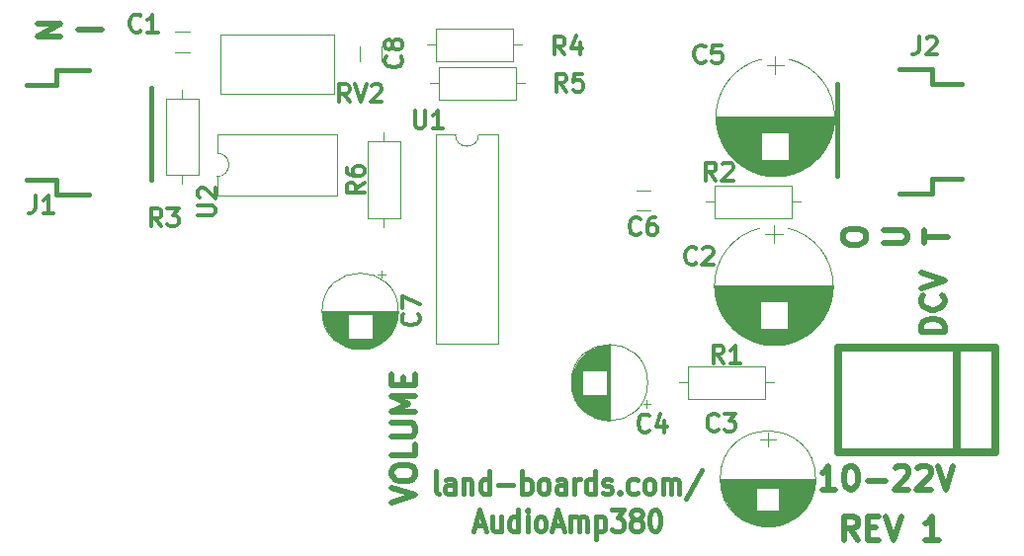
<source format=gbr>
G04 #@! TF.GenerationSoftware,KiCad,Pcbnew,(5.1.5)-3*
G04 #@! TF.CreationDate,2021-08-17T17:29:13-04:00*
G04 #@! TF.ProjectId,AudioAmp380,41756469-6f41-46d7-9033-38302e6b6963,1*
G04 #@! TF.SameCoordinates,Original*
G04 #@! TF.FileFunction,Legend,Top*
G04 #@! TF.FilePolarity,Positive*
%FSLAX46Y46*%
G04 Gerber Fmt 4.6, Leading zero omitted, Abs format (unit mm)*
G04 Created by KiCad (PCBNEW (5.1.5)-3) date 2021-08-17 17:29:13*
%MOMM*%
%LPD*%
G04 APERTURE LIST*
%ADD10C,0.500000*%
%ADD11C,0.412750*%
%ADD12C,0.120000*%
%ADD13C,0.381000*%
%ADD14C,0.650000*%
%ADD15C,0.304800*%
G04 APERTURE END LIST*
D10*
X111033761Y-73767352D02*
X109033761Y-73767352D01*
X109033761Y-73291161D01*
X109129000Y-73005447D01*
X109319476Y-72814971D01*
X109509952Y-72719733D01*
X109890904Y-72624495D01*
X110176619Y-72624495D01*
X110557571Y-72719733D01*
X110748047Y-72814971D01*
X110938523Y-73005447D01*
X111033761Y-73291161D01*
X111033761Y-73767352D01*
X110843285Y-70624495D02*
X110938523Y-70719733D01*
X111033761Y-71005447D01*
X111033761Y-71195923D01*
X110938523Y-71481638D01*
X110748047Y-71672114D01*
X110557571Y-71767352D01*
X110176619Y-71862590D01*
X109890904Y-71862590D01*
X109509952Y-71767352D01*
X109319476Y-71672114D01*
X109129000Y-71481638D01*
X109033761Y-71195923D01*
X109033761Y-71005447D01*
X109129000Y-70719733D01*
X109224238Y-70624495D01*
X109033761Y-70053066D02*
X111033761Y-69386400D01*
X109033761Y-68719733D01*
X103588857Y-91595161D02*
X102922190Y-90642780D01*
X102446000Y-91595161D02*
X102446000Y-89595161D01*
X103207904Y-89595161D01*
X103398380Y-89690400D01*
X103493619Y-89785638D01*
X103588857Y-89976114D01*
X103588857Y-90261828D01*
X103493619Y-90452304D01*
X103398380Y-90547542D01*
X103207904Y-90642780D01*
X102446000Y-90642780D01*
X104446000Y-90547542D02*
X105112666Y-90547542D01*
X105398380Y-91595161D02*
X104446000Y-91595161D01*
X104446000Y-89595161D01*
X105398380Y-89595161D01*
X105969809Y-89595161D02*
X106636476Y-91595161D01*
X107303142Y-89595161D01*
X110541238Y-91595161D02*
X109398380Y-91595161D01*
X109969809Y-91595161D02*
X109969809Y-89595161D01*
X109779333Y-89880876D01*
X109588857Y-90071352D01*
X109398380Y-90166590D01*
X63694761Y-88435447D02*
X65694761Y-87768780D01*
X63694761Y-87102114D01*
X63694761Y-86054495D02*
X63694761Y-85673542D01*
X63790000Y-85483066D01*
X63980476Y-85292590D01*
X64361428Y-85197352D01*
X65028095Y-85197352D01*
X65409047Y-85292590D01*
X65599523Y-85483066D01*
X65694761Y-85673542D01*
X65694761Y-86054495D01*
X65599523Y-86244971D01*
X65409047Y-86435447D01*
X65028095Y-86530685D01*
X64361428Y-86530685D01*
X63980476Y-86435447D01*
X63790000Y-86244971D01*
X63694761Y-86054495D01*
X65694761Y-83387828D02*
X65694761Y-84340209D01*
X63694761Y-84340209D01*
X63694761Y-82721161D02*
X65313809Y-82721161D01*
X65504285Y-82625923D01*
X65599523Y-82530685D01*
X65694761Y-82340209D01*
X65694761Y-81959257D01*
X65599523Y-81768780D01*
X65504285Y-81673542D01*
X65313809Y-81578304D01*
X63694761Y-81578304D01*
X65694761Y-80625923D02*
X63694761Y-80625923D01*
X65123333Y-79959257D01*
X63694761Y-79292590D01*
X65694761Y-79292590D01*
X64647142Y-78340209D02*
X64647142Y-77673542D01*
X65694761Y-77387828D02*
X65694761Y-78340209D01*
X63694761Y-78340209D01*
X63694761Y-77387828D01*
X101684047Y-87277161D02*
X100541190Y-87277161D01*
X101112619Y-87277161D02*
X101112619Y-85277161D01*
X100922142Y-85562876D01*
X100731666Y-85753352D01*
X100541190Y-85848590D01*
X102922142Y-85277161D02*
X103112619Y-85277161D01*
X103303095Y-85372400D01*
X103398333Y-85467638D01*
X103493571Y-85658114D01*
X103588809Y-86039066D01*
X103588809Y-86515257D01*
X103493571Y-86896209D01*
X103398333Y-87086685D01*
X103303095Y-87181923D01*
X103112619Y-87277161D01*
X102922142Y-87277161D01*
X102731666Y-87181923D01*
X102636428Y-87086685D01*
X102541190Y-86896209D01*
X102445952Y-86515257D01*
X102445952Y-86039066D01*
X102541190Y-85658114D01*
X102636428Y-85467638D01*
X102731666Y-85372400D01*
X102922142Y-85277161D01*
X104445952Y-86515257D02*
X105969761Y-86515257D01*
X106826904Y-85467638D02*
X106922142Y-85372400D01*
X107112619Y-85277161D01*
X107588809Y-85277161D01*
X107779285Y-85372400D01*
X107874523Y-85467638D01*
X107969761Y-85658114D01*
X107969761Y-85848590D01*
X107874523Y-86134304D01*
X106731666Y-87277161D01*
X107969761Y-87277161D01*
X108731666Y-85467638D02*
X108826904Y-85372400D01*
X109017380Y-85277161D01*
X109493571Y-85277161D01*
X109684047Y-85372400D01*
X109779285Y-85467638D01*
X109874523Y-85658114D01*
X109874523Y-85848590D01*
X109779285Y-86134304D01*
X108636428Y-87277161D01*
X109874523Y-87277161D01*
X110445952Y-85277161D02*
X111112619Y-87277161D01*
X111779285Y-85277161D01*
D11*
X67714023Y-87631060D02*
X67556785Y-87540346D01*
X67478166Y-87358917D01*
X67478166Y-85726060D01*
X69050547Y-87631060D02*
X69050547Y-86633203D01*
X68971928Y-86451775D01*
X68814690Y-86361060D01*
X68500214Y-86361060D01*
X68342976Y-86451775D01*
X69050547Y-87540346D02*
X68893309Y-87631060D01*
X68500214Y-87631060D01*
X68342976Y-87540346D01*
X68264357Y-87358917D01*
X68264357Y-87177489D01*
X68342976Y-86996060D01*
X68500214Y-86905346D01*
X68893309Y-86905346D01*
X69050547Y-86814632D01*
X69836738Y-86361060D02*
X69836738Y-87631060D01*
X69836738Y-86542489D02*
X69915357Y-86451775D01*
X70072595Y-86361060D01*
X70308452Y-86361060D01*
X70465690Y-86451775D01*
X70544309Y-86633203D01*
X70544309Y-87631060D01*
X72038071Y-87631060D02*
X72038071Y-85726060D01*
X72038071Y-87540346D02*
X71880833Y-87631060D01*
X71566357Y-87631060D01*
X71409119Y-87540346D01*
X71330500Y-87449632D01*
X71251880Y-87268203D01*
X71251880Y-86723917D01*
X71330500Y-86542489D01*
X71409119Y-86451775D01*
X71566357Y-86361060D01*
X71880833Y-86361060D01*
X72038071Y-86451775D01*
X72824261Y-86905346D02*
X74082166Y-86905346D01*
X74868357Y-87631060D02*
X74868357Y-85726060D01*
X74868357Y-86451775D02*
X75025595Y-86361060D01*
X75340071Y-86361060D01*
X75497309Y-86451775D01*
X75575928Y-86542489D01*
X75654547Y-86723917D01*
X75654547Y-87268203D01*
X75575928Y-87449632D01*
X75497309Y-87540346D01*
X75340071Y-87631060D01*
X75025595Y-87631060D01*
X74868357Y-87540346D01*
X76597976Y-87631060D02*
X76440738Y-87540346D01*
X76362119Y-87449632D01*
X76283500Y-87268203D01*
X76283500Y-86723917D01*
X76362119Y-86542489D01*
X76440738Y-86451775D01*
X76597976Y-86361060D01*
X76833833Y-86361060D01*
X76991071Y-86451775D01*
X77069690Y-86542489D01*
X77148309Y-86723917D01*
X77148309Y-87268203D01*
X77069690Y-87449632D01*
X76991071Y-87540346D01*
X76833833Y-87631060D01*
X76597976Y-87631060D01*
X78563452Y-87631060D02*
X78563452Y-86633203D01*
X78484833Y-86451775D01*
X78327595Y-86361060D01*
X78013119Y-86361060D01*
X77855880Y-86451775D01*
X78563452Y-87540346D02*
X78406214Y-87631060D01*
X78013119Y-87631060D01*
X77855880Y-87540346D01*
X77777261Y-87358917D01*
X77777261Y-87177489D01*
X77855880Y-86996060D01*
X78013119Y-86905346D01*
X78406214Y-86905346D01*
X78563452Y-86814632D01*
X79349642Y-87631060D02*
X79349642Y-86361060D01*
X79349642Y-86723917D02*
X79428261Y-86542489D01*
X79506880Y-86451775D01*
X79664119Y-86361060D01*
X79821357Y-86361060D01*
X81079261Y-87631060D02*
X81079261Y-85726060D01*
X81079261Y-87540346D02*
X80922023Y-87631060D01*
X80607547Y-87631060D01*
X80450309Y-87540346D01*
X80371690Y-87449632D01*
X80293071Y-87268203D01*
X80293071Y-86723917D01*
X80371690Y-86542489D01*
X80450309Y-86451775D01*
X80607547Y-86361060D01*
X80922023Y-86361060D01*
X81079261Y-86451775D01*
X81786833Y-87540346D02*
X81944071Y-87631060D01*
X82258547Y-87631060D01*
X82415785Y-87540346D01*
X82494404Y-87358917D01*
X82494404Y-87268203D01*
X82415785Y-87086775D01*
X82258547Y-86996060D01*
X82022690Y-86996060D01*
X81865452Y-86905346D01*
X81786833Y-86723917D01*
X81786833Y-86633203D01*
X81865452Y-86451775D01*
X82022690Y-86361060D01*
X82258547Y-86361060D01*
X82415785Y-86451775D01*
X83201976Y-87449632D02*
X83280595Y-87540346D01*
X83201976Y-87631060D01*
X83123357Y-87540346D01*
X83201976Y-87449632D01*
X83201976Y-87631060D01*
X84695738Y-87540346D02*
X84538500Y-87631060D01*
X84224023Y-87631060D01*
X84066785Y-87540346D01*
X83988166Y-87449632D01*
X83909547Y-87268203D01*
X83909547Y-86723917D01*
X83988166Y-86542489D01*
X84066785Y-86451775D01*
X84224023Y-86361060D01*
X84538500Y-86361060D01*
X84695738Y-86451775D01*
X85639166Y-87631060D02*
X85481928Y-87540346D01*
X85403309Y-87449632D01*
X85324690Y-87268203D01*
X85324690Y-86723917D01*
X85403309Y-86542489D01*
X85481928Y-86451775D01*
X85639166Y-86361060D01*
X85875023Y-86361060D01*
X86032261Y-86451775D01*
X86110880Y-86542489D01*
X86189500Y-86723917D01*
X86189500Y-87268203D01*
X86110880Y-87449632D01*
X86032261Y-87540346D01*
X85875023Y-87631060D01*
X85639166Y-87631060D01*
X86897071Y-87631060D02*
X86897071Y-86361060D01*
X86897071Y-86542489D02*
X86975690Y-86451775D01*
X87132928Y-86361060D01*
X87368785Y-86361060D01*
X87526023Y-86451775D01*
X87604642Y-86633203D01*
X87604642Y-87631060D01*
X87604642Y-86633203D02*
X87683261Y-86451775D01*
X87840500Y-86361060D01*
X88076357Y-86361060D01*
X88233595Y-86451775D01*
X88312214Y-86633203D01*
X88312214Y-87631060D01*
X90277690Y-85635346D02*
X88862547Y-88084632D01*
X70819476Y-90357025D02*
X71605666Y-90357025D01*
X70662238Y-90901310D02*
X71212571Y-88996310D01*
X71762904Y-90901310D01*
X73020809Y-89631310D02*
X73020809Y-90901310D01*
X72313238Y-89631310D02*
X72313238Y-90629167D01*
X72391857Y-90810596D01*
X72549095Y-90901310D01*
X72784952Y-90901310D01*
X72942190Y-90810596D01*
X73020809Y-90719882D01*
X74514571Y-90901310D02*
X74514571Y-88996310D01*
X74514571Y-90810596D02*
X74357333Y-90901310D01*
X74042857Y-90901310D01*
X73885619Y-90810596D01*
X73807000Y-90719882D01*
X73728380Y-90538453D01*
X73728380Y-89994167D01*
X73807000Y-89812739D01*
X73885619Y-89722025D01*
X74042857Y-89631310D01*
X74357333Y-89631310D01*
X74514571Y-89722025D01*
X75300761Y-90901310D02*
X75300761Y-89631310D01*
X75300761Y-88996310D02*
X75222142Y-89087025D01*
X75300761Y-89177739D01*
X75379380Y-89087025D01*
X75300761Y-88996310D01*
X75300761Y-89177739D01*
X76322809Y-90901310D02*
X76165571Y-90810596D01*
X76086952Y-90719882D01*
X76008333Y-90538453D01*
X76008333Y-89994167D01*
X76086952Y-89812739D01*
X76165571Y-89722025D01*
X76322809Y-89631310D01*
X76558666Y-89631310D01*
X76715904Y-89722025D01*
X76794523Y-89812739D01*
X76873142Y-89994167D01*
X76873142Y-90538453D01*
X76794523Y-90719882D01*
X76715904Y-90810596D01*
X76558666Y-90901310D01*
X76322809Y-90901310D01*
X77502095Y-90357025D02*
X78288285Y-90357025D01*
X77344857Y-90901310D02*
X77895190Y-88996310D01*
X78445523Y-90901310D01*
X78995857Y-90901310D02*
X78995857Y-89631310D01*
X78995857Y-89812739D02*
X79074476Y-89722025D01*
X79231714Y-89631310D01*
X79467571Y-89631310D01*
X79624809Y-89722025D01*
X79703428Y-89903453D01*
X79703428Y-90901310D01*
X79703428Y-89903453D02*
X79782047Y-89722025D01*
X79939285Y-89631310D01*
X80175142Y-89631310D01*
X80332380Y-89722025D01*
X80411000Y-89903453D01*
X80411000Y-90901310D01*
X81197190Y-89631310D02*
X81197190Y-91536310D01*
X81197190Y-89722025D02*
X81354428Y-89631310D01*
X81668904Y-89631310D01*
X81826142Y-89722025D01*
X81904761Y-89812739D01*
X81983380Y-89994167D01*
X81983380Y-90538453D01*
X81904761Y-90719882D01*
X81826142Y-90810596D01*
X81668904Y-90901310D01*
X81354428Y-90901310D01*
X81197190Y-90810596D01*
X82533714Y-88996310D02*
X83555761Y-88996310D01*
X83005428Y-89722025D01*
X83241285Y-89722025D01*
X83398523Y-89812739D01*
X83477142Y-89903453D01*
X83555761Y-90084882D01*
X83555761Y-90538453D01*
X83477142Y-90719882D01*
X83398523Y-90810596D01*
X83241285Y-90901310D01*
X82769571Y-90901310D01*
X82612333Y-90810596D01*
X82533714Y-90719882D01*
X84499190Y-89812739D02*
X84341952Y-89722025D01*
X84263333Y-89631310D01*
X84184714Y-89449882D01*
X84184714Y-89359167D01*
X84263333Y-89177739D01*
X84341952Y-89087025D01*
X84499190Y-88996310D01*
X84813666Y-88996310D01*
X84970904Y-89087025D01*
X85049523Y-89177739D01*
X85128142Y-89359167D01*
X85128142Y-89449882D01*
X85049523Y-89631310D01*
X84970904Y-89722025D01*
X84813666Y-89812739D01*
X84499190Y-89812739D01*
X84341952Y-89903453D01*
X84263333Y-89994167D01*
X84184714Y-90175596D01*
X84184714Y-90538453D01*
X84263333Y-90719882D01*
X84341952Y-90810596D01*
X84499190Y-90901310D01*
X84813666Y-90901310D01*
X84970904Y-90810596D01*
X85049523Y-90719882D01*
X85128142Y-90538453D01*
X85128142Y-90175596D01*
X85049523Y-89994167D01*
X84970904Y-89903453D01*
X84813666Y-89812739D01*
X86150190Y-88996310D02*
X86307428Y-88996310D01*
X86464666Y-89087025D01*
X86543285Y-89177739D01*
X86621904Y-89359167D01*
X86700523Y-89722025D01*
X86700523Y-90175596D01*
X86621904Y-90538453D01*
X86543285Y-90719882D01*
X86464666Y-90810596D01*
X86307428Y-90901310D01*
X86150190Y-90901310D01*
X85992952Y-90810596D01*
X85914333Y-90719882D01*
X85835714Y-90538453D01*
X85757095Y-90175596D01*
X85757095Y-89722025D01*
X85835714Y-89359167D01*
X85914333Y-89177739D01*
X85992952Y-89087025D01*
X86150190Y-88996310D01*
D10*
X102309761Y-65803876D02*
X102309761Y-65422923D01*
X102405000Y-65232447D01*
X102595476Y-65041971D01*
X102976428Y-64946733D01*
X103643095Y-64946733D01*
X104024047Y-65041971D01*
X104214523Y-65232447D01*
X104309761Y-65422923D01*
X104309761Y-65803876D01*
X104214523Y-65994352D01*
X104024047Y-66184828D01*
X103643095Y-66280066D01*
X102976428Y-66280066D01*
X102595476Y-66184828D01*
X102405000Y-65994352D01*
X102309761Y-65803876D01*
X105809761Y-66184828D02*
X107428809Y-66184828D01*
X107619285Y-66089590D01*
X107714523Y-65994352D01*
X107809761Y-65803876D01*
X107809761Y-65422923D01*
X107714523Y-65232447D01*
X107619285Y-65137209D01*
X107428809Y-65041971D01*
X105809761Y-65041971D01*
X109309761Y-66184828D02*
X109309761Y-65041971D01*
X111309761Y-65613400D02*
X109309761Y-65613400D01*
X36806238Y-47891400D02*
X38806238Y-47891400D01*
X33306238Y-47319971D02*
X35306238Y-47319971D01*
X33306238Y-48462828D01*
X35306238Y-48462828D01*
D12*
X48728000Y-58448400D02*
G75*
G02X48728000Y-60448400I0J-1000000D01*
G01*
X48728000Y-60448400D02*
X48728000Y-62098400D01*
X48728000Y-62098400D02*
X59008000Y-62098400D01*
X59008000Y-62098400D02*
X59008000Y-56798400D01*
X59008000Y-56798400D02*
X48728000Y-56798400D01*
X48728000Y-56798400D02*
X48728000Y-58448400D01*
X63012000Y-56678400D02*
X63012000Y-57448400D01*
X63012000Y-64758400D02*
X63012000Y-63988400D01*
X61642000Y-57448400D02*
X61642000Y-63988400D01*
X64382000Y-57448400D02*
X61642000Y-57448400D01*
X64382000Y-63988400D02*
X64382000Y-57448400D01*
X61642000Y-63988400D02*
X64382000Y-63988400D01*
X66973000Y-52463400D02*
X67743000Y-52463400D01*
X75053000Y-52463400D02*
X74283000Y-52463400D01*
X67743000Y-53833400D02*
X74283000Y-53833400D01*
X67743000Y-51093400D02*
X67743000Y-53833400D01*
X74283000Y-51093400D02*
X67743000Y-51093400D01*
X74283000Y-53833400D02*
X74283000Y-51093400D01*
X47110000Y-53765400D02*
X44370000Y-53765400D01*
X44370000Y-53765400D02*
X44370000Y-60305400D01*
X44370000Y-60305400D02*
X47110000Y-60305400D01*
X47110000Y-60305400D02*
X47110000Y-53765400D01*
X45740000Y-52995400D02*
X45740000Y-53765400D01*
X45740000Y-61075400D02*
X45740000Y-60305400D01*
X97592194Y-74773925D02*
G75*
G03X97593000Y-64871067I-1179194J4951525D01*
G01*
X95233806Y-74773925D02*
G75*
G02X95233000Y-64871067I1179194J4951525D01*
G01*
X95233806Y-74773925D02*
G75*
G03X97593000Y-74773733I1179194J4951525D01*
G01*
X101463000Y-69822400D02*
X91363000Y-69822400D01*
X101463000Y-69862400D02*
X91363000Y-69862400D01*
X101463000Y-69902400D02*
X91363000Y-69902400D01*
X101462000Y-69942400D02*
X91364000Y-69942400D01*
X101461000Y-69982400D02*
X91365000Y-69982400D01*
X101460000Y-70022400D02*
X91366000Y-70022400D01*
X101458000Y-70062400D02*
X91368000Y-70062400D01*
X101456000Y-70102400D02*
X91370000Y-70102400D01*
X101453000Y-70142400D02*
X91373000Y-70142400D01*
X101451000Y-70182400D02*
X91375000Y-70182400D01*
X101448000Y-70222400D02*
X91378000Y-70222400D01*
X101444000Y-70262400D02*
X91382000Y-70262400D01*
X101441000Y-70302400D02*
X91385000Y-70302400D01*
X101437000Y-70342400D02*
X91389000Y-70342400D01*
X101433000Y-70382400D02*
X91393000Y-70382400D01*
X101428000Y-70422400D02*
X91398000Y-70422400D01*
X101423000Y-70462400D02*
X91403000Y-70462400D01*
X101418000Y-70502400D02*
X91408000Y-70502400D01*
X101412000Y-70543400D02*
X91414000Y-70543400D01*
X101406000Y-70583400D02*
X91420000Y-70583400D01*
X101400000Y-70623400D02*
X91426000Y-70623400D01*
X101394000Y-70663400D02*
X91432000Y-70663400D01*
X101387000Y-70703400D02*
X91439000Y-70703400D01*
X101380000Y-70743400D02*
X91446000Y-70743400D01*
X101372000Y-70783400D02*
X91454000Y-70783400D01*
X101364000Y-70823400D02*
X91462000Y-70823400D01*
X101356000Y-70863400D02*
X91470000Y-70863400D01*
X101348000Y-70903400D02*
X91478000Y-70903400D01*
X101339000Y-70943400D02*
X91487000Y-70943400D01*
X101330000Y-70983400D02*
X91496000Y-70983400D01*
X101320000Y-71023400D02*
X91506000Y-71023400D01*
X101310000Y-71063400D02*
X91516000Y-71063400D01*
X101300000Y-71103400D02*
X91526000Y-71103400D01*
X101289000Y-71143400D02*
X97594000Y-71143400D01*
X95232000Y-71143400D02*
X91537000Y-71143400D01*
X101278000Y-71183400D02*
X97594000Y-71183400D01*
X95232000Y-71183400D02*
X91548000Y-71183400D01*
X101267000Y-71223400D02*
X97594000Y-71223400D01*
X95232000Y-71223400D02*
X91559000Y-71223400D01*
X101256000Y-71263400D02*
X97594000Y-71263400D01*
X95232000Y-71263400D02*
X91570000Y-71263400D01*
X101244000Y-71303400D02*
X97594000Y-71303400D01*
X95232000Y-71303400D02*
X91582000Y-71303400D01*
X101231000Y-71343400D02*
X97594000Y-71343400D01*
X95232000Y-71343400D02*
X91595000Y-71343400D01*
X101219000Y-71383400D02*
X97594000Y-71383400D01*
X95232000Y-71383400D02*
X91607000Y-71383400D01*
X101205000Y-71423400D02*
X97594000Y-71423400D01*
X95232000Y-71423400D02*
X91621000Y-71423400D01*
X101192000Y-71463400D02*
X97594000Y-71463400D01*
X95232000Y-71463400D02*
X91634000Y-71463400D01*
X101178000Y-71503400D02*
X97594000Y-71503400D01*
X95232000Y-71503400D02*
X91648000Y-71503400D01*
X101164000Y-71543400D02*
X97594000Y-71543400D01*
X95232000Y-71543400D02*
X91662000Y-71543400D01*
X101150000Y-71583400D02*
X97594000Y-71583400D01*
X95232000Y-71583400D02*
X91676000Y-71583400D01*
X101135000Y-71623400D02*
X97594000Y-71623400D01*
X95232000Y-71623400D02*
X91691000Y-71623400D01*
X101119000Y-71663400D02*
X97594000Y-71663400D01*
X95232000Y-71663400D02*
X91707000Y-71663400D01*
X101104000Y-71703400D02*
X97594000Y-71703400D01*
X95232000Y-71703400D02*
X91722000Y-71703400D01*
X101087000Y-71743400D02*
X97594000Y-71743400D01*
X95232000Y-71743400D02*
X91739000Y-71743400D01*
X101071000Y-71783400D02*
X97594000Y-71783400D01*
X95232000Y-71783400D02*
X91755000Y-71783400D01*
X101054000Y-71823400D02*
X97594000Y-71823400D01*
X95232000Y-71823400D02*
X91772000Y-71823400D01*
X101037000Y-71863400D02*
X97594000Y-71863400D01*
X95232000Y-71863400D02*
X91789000Y-71863400D01*
X101019000Y-71903400D02*
X97594000Y-71903400D01*
X95232000Y-71903400D02*
X91807000Y-71903400D01*
X101001000Y-71943400D02*
X97594000Y-71943400D01*
X95232000Y-71943400D02*
X91825000Y-71943400D01*
X100982000Y-71983400D02*
X97594000Y-71983400D01*
X95232000Y-71983400D02*
X91844000Y-71983400D01*
X100963000Y-72023400D02*
X97594000Y-72023400D01*
X95232000Y-72023400D02*
X91863000Y-72023400D01*
X100944000Y-72063400D02*
X97594000Y-72063400D01*
X95232000Y-72063400D02*
X91882000Y-72063400D01*
X100924000Y-72103400D02*
X97594000Y-72103400D01*
X95232000Y-72103400D02*
X91902000Y-72103400D01*
X100904000Y-72143400D02*
X97594000Y-72143400D01*
X95232000Y-72143400D02*
X91922000Y-72143400D01*
X100883000Y-72183400D02*
X97594000Y-72183400D01*
X95232000Y-72183400D02*
X91943000Y-72183400D01*
X100862000Y-72223400D02*
X97594000Y-72223400D01*
X95232000Y-72223400D02*
X91964000Y-72223400D01*
X100841000Y-72263400D02*
X97594000Y-72263400D01*
X95232000Y-72263400D02*
X91985000Y-72263400D01*
X100818000Y-72303400D02*
X97594000Y-72303400D01*
X95232000Y-72303400D02*
X92008000Y-72303400D01*
X100796000Y-72343400D02*
X97594000Y-72343400D01*
X95232000Y-72343400D02*
X92030000Y-72343400D01*
X100773000Y-72383400D02*
X97594000Y-72383400D01*
X95232000Y-72383400D02*
X92053000Y-72383400D01*
X100749000Y-72423400D02*
X97594000Y-72423400D01*
X95232000Y-72423400D02*
X92077000Y-72423400D01*
X100725000Y-72463400D02*
X97594000Y-72463400D01*
X95232000Y-72463400D02*
X92101000Y-72463400D01*
X100701000Y-72503400D02*
X97594000Y-72503400D01*
X95232000Y-72503400D02*
X92125000Y-72503400D01*
X100676000Y-72543400D02*
X97594000Y-72543400D01*
X95232000Y-72543400D02*
X92150000Y-72543400D01*
X100650000Y-72583400D02*
X97594000Y-72583400D01*
X95232000Y-72583400D02*
X92176000Y-72583400D01*
X100624000Y-72623400D02*
X97594000Y-72623400D01*
X95232000Y-72623400D02*
X92202000Y-72623400D01*
X100598000Y-72663400D02*
X97594000Y-72663400D01*
X95232000Y-72663400D02*
X92228000Y-72663400D01*
X100570000Y-72703400D02*
X97594000Y-72703400D01*
X95232000Y-72703400D02*
X92256000Y-72703400D01*
X100543000Y-72743400D02*
X97594000Y-72743400D01*
X95232000Y-72743400D02*
X92283000Y-72743400D01*
X100514000Y-72783400D02*
X97594000Y-72783400D01*
X95232000Y-72783400D02*
X92312000Y-72783400D01*
X100485000Y-72823400D02*
X97594000Y-72823400D01*
X95232000Y-72823400D02*
X92341000Y-72823400D01*
X100456000Y-72863400D02*
X97594000Y-72863400D01*
X95232000Y-72863400D02*
X92370000Y-72863400D01*
X100426000Y-72903400D02*
X97594000Y-72903400D01*
X95232000Y-72903400D02*
X92400000Y-72903400D01*
X100395000Y-72943400D02*
X97594000Y-72943400D01*
X95232000Y-72943400D02*
X92431000Y-72943400D01*
X100364000Y-72983400D02*
X97594000Y-72983400D01*
X95232000Y-72983400D02*
X92462000Y-72983400D01*
X100332000Y-73023400D02*
X97594000Y-73023400D01*
X95232000Y-73023400D02*
X92494000Y-73023400D01*
X100299000Y-73063400D02*
X97594000Y-73063400D01*
X95232000Y-73063400D02*
X92527000Y-73063400D01*
X100266000Y-73103400D02*
X97594000Y-73103400D01*
X95232000Y-73103400D02*
X92560000Y-73103400D01*
X100232000Y-73143400D02*
X97594000Y-73143400D01*
X95232000Y-73143400D02*
X92594000Y-73143400D01*
X100197000Y-73183400D02*
X97594000Y-73183400D01*
X95232000Y-73183400D02*
X92629000Y-73183400D01*
X100161000Y-73223400D02*
X97594000Y-73223400D01*
X95232000Y-73223400D02*
X92665000Y-73223400D01*
X100125000Y-73263400D02*
X97594000Y-73263400D01*
X95232000Y-73263400D02*
X92701000Y-73263400D01*
X100088000Y-73303400D02*
X97594000Y-73303400D01*
X95232000Y-73303400D02*
X92738000Y-73303400D01*
X100050000Y-73343400D02*
X97594000Y-73343400D01*
X95232000Y-73343400D02*
X92776000Y-73343400D01*
X100011000Y-73383400D02*
X97594000Y-73383400D01*
X95232000Y-73383400D02*
X92815000Y-73383400D01*
X99972000Y-73423400D02*
X97594000Y-73423400D01*
X95232000Y-73423400D02*
X92854000Y-73423400D01*
X99931000Y-73463400D02*
X97594000Y-73463400D01*
X95232000Y-73463400D02*
X92895000Y-73463400D01*
X99890000Y-73503400D02*
X92936000Y-73503400D01*
X99848000Y-73543400D02*
X92978000Y-73543400D01*
X99804000Y-73583400D02*
X93022000Y-73583400D01*
X99760000Y-73623400D02*
X93066000Y-73623400D01*
X99715000Y-73663400D02*
X93111000Y-73663400D01*
X99668000Y-73703400D02*
X93158000Y-73703400D01*
X99620000Y-73743400D02*
X93206000Y-73743400D01*
X99571000Y-73783400D02*
X93255000Y-73783400D01*
X99521000Y-73823400D02*
X93305000Y-73823400D01*
X99470000Y-73863400D02*
X93356000Y-73863400D01*
X99417000Y-73903400D02*
X93409000Y-73903400D01*
X99362000Y-73943400D02*
X93464000Y-73943400D01*
X99307000Y-73983400D02*
X93519000Y-73983400D01*
X99249000Y-74023400D02*
X93577000Y-74023400D01*
X99190000Y-74063400D02*
X93636000Y-74063400D01*
X99128000Y-74103400D02*
X93698000Y-74103400D01*
X99065000Y-74143400D02*
X93761000Y-74143400D01*
X99000000Y-74183400D02*
X93826000Y-74183400D01*
X98932000Y-74223400D02*
X93894000Y-74223400D01*
X98862000Y-74263400D02*
X93964000Y-74263400D01*
X98790000Y-74303400D02*
X94036000Y-74303400D01*
X98714000Y-74343400D02*
X94112000Y-74343400D01*
X98635000Y-74383400D02*
X94191000Y-74383400D01*
X98553000Y-74423400D02*
X94273000Y-74423400D01*
X98466000Y-74463400D02*
X94360000Y-74463400D01*
X98375000Y-74503400D02*
X94451000Y-74503400D01*
X98279000Y-74543400D02*
X94547000Y-74543400D01*
X98176000Y-74583400D02*
X94650000Y-74583400D01*
X98067000Y-74623400D02*
X94759000Y-74623400D01*
X97949000Y-74663400D02*
X94877000Y-74663400D01*
X97820000Y-74703400D02*
X95006000Y-74703400D01*
X97678000Y-74743400D02*
X95148000Y-74743400D01*
X97517000Y-74783400D02*
X95309000Y-74783400D01*
X97326000Y-74823400D02*
X95500000Y-74823400D01*
X97085000Y-74863400D02*
X95741000Y-74863400D01*
X96692000Y-74903400D02*
X96134000Y-74903400D01*
X96413000Y-64622400D02*
X96413000Y-66122400D01*
X97163000Y-65372400D02*
X95663000Y-65372400D01*
X99995000Y-86363400D02*
G75*
G03X99995000Y-86363400I-4090000J0D01*
G01*
X99955000Y-86363400D02*
X91855000Y-86363400D01*
X99955000Y-86403400D02*
X91855000Y-86403400D01*
X99955000Y-86443400D02*
X91855000Y-86443400D01*
X99954000Y-86483400D02*
X91856000Y-86483400D01*
X99952000Y-86523400D02*
X91858000Y-86523400D01*
X99951000Y-86563400D02*
X91859000Y-86563400D01*
X99948000Y-86603400D02*
X91862000Y-86603400D01*
X99946000Y-86643400D02*
X91864000Y-86643400D01*
X99943000Y-86683400D02*
X91867000Y-86683400D01*
X99940000Y-86723400D02*
X91870000Y-86723400D01*
X99936000Y-86763400D02*
X91874000Y-86763400D01*
X99932000Y-86803400D02*
X91878000Y-86803400D01*
X99927000Y-86843400D02*
X91883000Y-86843400D01*
X99922000Y-86883400D02*
X91888000Y-86883400D01*
X99917000Y-86923400D02*
X91893000Y-86923400D01*
X99911000Y-86963400D02*
X91899000Y-86963400D01*
X99905000Y-87003400D02*
X91905000Y-87003400D01*
X99899000Y-87043400D02*
X91911000Y-87043400D01*
X99892000Y-87084400D02*
X91918000Y-87084400D01*
X99884000Y-87124400D02*
X91926000Y-87124400D01*
X99876000Y-87164400D02*
X96885000Y-87164400D01*
X94925000Y-87164400D02*
X91934000Y-87164400D01*
X99868000Y-87204400D02*
X96885000Y-87204400D01*
X94925000Y-87204400D02*
X91942000Y-87204400D01*
X99860000Y-87244400D02*
X96885000Y-87244400D01*
X94925000Y-87244400D02*
X91950000Y-87244400D01*
X99851000Y-87284400D02*
X96885000Y-87284400D01*
X94925000Y-87284400D02*
X91959000Y-87284400D01*
X99841000Y-87324400D02*
X96885000Y-87324400D01*
X94925000Y-87324400D02*
X91969000Y-87324400D01*
X99831000Y-87364400D02*
X96885000Y-87364400D01*
X94925000Y-87364400D02*
X91979000Y-87364400D01*
X99821000Y-87404400D02*
X96885000Y-87404400D01*
X94925000Y-87404400D02*
X91989000Y-87404400D01*
X99810000Y-87444400D02*
X96885000Y-87444400D01*
X94925000Y-87444400D02*
X92000000Y-87444400D01*
X99799000Y-87484400D02*
X96885000Y-87484400D01*
X94925000Y-87484400D02*
X92011000Y-87484400D01*
X99788000Y-87524400D02*
X96885000Y-87524400D01*
X94925000Y-87524400D02*
X92022000Y-87524400D01*
X99775000Y-87564400D02*
X96885000Y-87564400D01*
X94925000Y-87564400D02*
X92035000Y-87564400D01*
X99763000Y-87604400D02*
X96885000Y-87604400D01*
X94925000Y-87604400D02*
X92047000Y-87604400D01*
X99750000Y-87644400D02*
X96885000Y-87644400D01*
X94925000Y-87644400D02*
X92060000Y-87644400D01*
X99737000Y-87684400D02*
X96885000Y-87684400D01*
X94925000Y-87684400D02*
X92073000Y-87684400D01*
X99723000Y-87724400D02*
X96885000Y-87724400D01*
X94925000Y-87724400D02*
X92087000Y-87724400D01*
X99708000Y-87764400D02*
X96885000Y-87764400D01*
X94925000Y-87764400D02*
X92102000Y-87764400D01*
X99694000Y-87804400D02*
X96885000Y-87804400D01*
X94925000Y-87804400D02*
X92116000Y-87804400D01*
X99678000Y-87844400D02*
X96885000Y-87844400D01*
X94925000Y-87844400D02*
X92132000Y-87844400D01*
X99663000Y-87884400D02*
X96885000Y-87884400D01*
X94925000Y-87884400D02*
X92147000Y-87884400D01*
X99646000Y-87924400D02*
X96885000Y-87924400D01*
X94925000Y-87924400D02*
X92164000Y-87924400D01*
X99630000Y-87964400D02*
X96885000Y-87964400D01*
X94925000Y-87964400D02*
X92180000Y-87964400D01*
X99612000Y-88004400D02*
X96885000Y-88004400D01*
X94925000Y-88004400D02*
X92198000Y-88004400D01*
X99595000Y-88044400D02*
X96885000Y-88044400D01*
X94925000Y-88044400D02*
X92215000Y-88044400D01*
X99576000Y-88084400D02*
X96885000Y-88084400D01*
X94925000Y-88084400D02*
X92234000Y-88084400D01*
X99557000Y-88124400D02*
X96885000Y-88124400D01*
X94925000Y-88124400D02*
X92253000Y-88124400D01*
X99538000Y-88164400D02*
X96885000Y-88164400D01*
X94925000Y-88164400D02*
X92272000Y-88164400D01*
X99518000Y-88204400D02*
X96885000Y-88204400D01*
X94925000Y-88204400D02*
X92292000Y-88204400D01*
X99498000Y-88244400D02*
X96885000Y-88244400D01*
X94925000Y-88244400D02*
X92312000Y-88244400D01*
X99477000Y-88284400D02*
X96885000Y-88284400D01*
X94925000Y-88284400D02*
X92333000Y-88284400D01*
X99455000Y-88324400D02*
X96885000Y-88324400D01*
X94925000Y-88324400D02*
X92355000Y-88324400D01*
X99433000Y-88364400D02*
X96885000Y-88364400D01*
X94925000Y-88364400D02*
X92377000Y-88364400D01*
X99410000Y-88404400D02*
X96885000Y-88404400D01*
X94925000Y-88404400D02*
X92400000Y-88404400D01*
X99387000Y-88444400D02*
X96885000Y-88444400D01*
X94925000Y-88444400D02*
X92423000Y-88444400D01*
X99363000Y-88484400D02*
X96885000Y-88484400D01*
X94925000Y-88484400D02*
X92447000Y-88484400D01*
X99339000Y-88524400D02*
X96885000Y-88524400D01*
X94925000Y-88524400D02*
X92471000Y-88524400D01*
X99313000Y-88564400D02*
X96885000Y-88564400D01*
X94925000Y-88564400D02*
X92497000Y-88564400D01*
X99288000Y-88604400D02*
X96885000Y-88604400D01*
X94925000Y-88604400D02*
X92522000Y-88604400D01*
X99261000Y-88644400D02*
X96885000Y-88644400D01*
X94925000Y-88644400D02*
X92549000Y-88644400D01*
X99234000Y-88684400D02*
X96885000Y-88684400D01*
X94925000Y-88684400D02*
X92576000Y-88684400D01*
X99206000Y-88724400D02*
X96885000Y-88724400D01*
X94925000Y-88724400D02*
X92604000Y-88724400D01*
X99177000Y-88764400D02*
X96885000Y-88764400D01*
X94925000Y-88764400D02*
X92633000Y-88764400D01*
X99148000Y-88804400D02*
X96885000Y-88804400D01*
X94925000Y-88804400D02*
X92662000Y-88804400D01*
X99118000Y-88844400D02*
X96885000Y-88844400D01*
X94925000Y-88844400D02*
X92692000Y-88844400D01*
X99087000Y-88884400D02*
X96885000Y-88884400D01*
X94925000Y-88884400D02*
X92723000Y-88884400D01*
X99055000Y-88924400D02*
X96885000Y-88924400D01*
X94925000Y-88924400D02*
X92755000Y-88924400D01*
X99023000Y-88964400D02*
X96885000Y-88964400D01*
X94925000Y-88964400D02*
X92787000Y-88964400D01*
X98989000Y-89004400D02*
X96885000Y-89004400D01*
X94925000Y-89004400D02*
X92821000Y-89004400D01*
X98955000Y-89044400D02*
X96885000Y-89044400D01*
X94925000Y-89044400D02*
X92855000Y-89044400D01*
X98920000Y-89084400D02*
X96885000Y-89084400D01*
X94925000Y-89084400D02*
X92890000Y-89084400D01*
X98884000Y-89124400D02*
X92926000Y-89124400D01*
X98847000Y-89164400D02*
X92963000Y-89164400D01*
X98809000Y-89204400D02*
X93001000Y-89204400D01*
X98770000Y-89244400D02*
X93040000Y-89244400D01*
X98729000Y-89284400D02*
X93081000Y-89284400D01*
X98688000Y-89324400D02*
X93122000Y-89324400D01*
X98645000Y-89364400D02*
X93165000Y-89364400D01*
X98602000Y-89404400D02*
X93208000Y-89404400D01*
X98557000Y-89444400D02*
X93253000Y-89444400D01*
X98510000Y-89484400D02*
X93300000Y-89484400D01*
X98462000Y-89524400D02*
X93348000Y-89524400D01*
X98413000Y-89564400D02*
X93397000Y-89564400D01*
X98362000Y-89604400D02*
X93448000Y-89604400D01*
X98309000Y-89644400D02*
X93501000Y-89644400D01*
X98254000Y-89684400D02*
X93556000Y-89684400D01*
X98198000Y-89724400D02*
X93612000Y-89724400D01*
X98139000Y-89764400D02*
X93671000Y-89764400D01*
X98078000Y-89804400D02*
X93732000Y-89804400D01*
X98014000Y-89844400D02*
X93796000Y-89844400D01*
X97948000Y-89884400D02*
X93862000Y-89884400D01*
X97879000Y-89924400D02*
X93931000Y-89924400D01*
X97807000Y-89964400D02*
X94003000Y-89964400D01*
X97731000Y-90004400D02*
X94079000Y-90004400D01*
X97650000Y-90044400D02*
X94160000Y-90044400D01*
X97565000Y-90084400D02*
X94245000Y-90084400D01*
X97475000Y-90124400D02*
X94335000Y-90124400D01*
X97378000Y-90164400D02*
X94432000Y-90164400D01*
X97274000Y-90204400D02*
X94536000Y-90204400D01*
X97159000Y-90244400D02*
X94651000Y-90244400D01*
X97032000Y-90284400D02*
X94778000Y-90284400D01*
X96888000Y-90324400D02*
X94922000Y-90324400D01*
X96719000Y-90364400D02*
X95091000Y-90364400D01*
X96503000Y-90404400D02*
X95307000Y-90404400D01*
X96151000Y-90444400D02*
X95659000Y-90444400D01*
X95905000Y-82413400D02*
X95905000Y-83613400D01*
X96555000Y-83013400D02*
X95255000Y-83013400D01*
X97719194Y-60295925D02*
G75*
G03X97720000Y-50393067I-1179194J4951525D01*
G01*
X95360806Y-60295925D02*
G75*
G02X95360000Y-50393067I1179194J4951525D01*
G01*
X95360806Y-60295925D02*
G75*
G03X97720000Y-60295733I1179194J4951525D01*
G01*
X101590000Y-55344400D02*
X91490000Y-55344400D01*
X101590000Y-55384400D02*
X91490000Y-55384400D01*
X101590000Y-55424400D02*
X91490000Y-55424400D01*
X101589000Y-55464400D02*
X91491000Y-55464400D01*
X101588000Y-55504400D02*
X91492000Y-55504400D01*
X101587000Y-55544400D02*
X91493000Y-55544400D01*
X101585000Y-55584400D02*
X91495000Y-55584400D01*
X101583000Y-55624400D02*
X91497000Y-55624400D01*
X101580000Y-55664400D02*
X91500000Y-55664400D01*
X101578000Y-55704400D02*
X91502000Y-55704400D01*
X101575000Y-55744400D02*
X91505000Y-55744400D01*
X101571000Y-55784400D02*
X91509000Y-55784400D01*
X101568000Y-55824400D02*
X91512000Y-55824400D01*
X101564000Y-55864400D02*
X91516000Y-55864400D01*
X101560000Y-55904400D02*
X91520000Y-55904400D01*
X101555000Y-55944400D02*
X91525000Y-55944400D01*
X101550000Y-55984400D02*
X91530000Y-55984400D01*
X101545000Y-56024400D02*
X91535000Y-56024400D01*
X101539000Y-56065400D02*
X91541000Y-56065400D01*
X101533000Y-56105400D02*
X91547000Y-56105400D01*
X101527000Y-56145400D02*
X91553000Y-56145400D01*
X101521000Y-56185400D02*
X91559000Y-56185400D01*
X101514000Y-56225400D02*
X91566000Y-56225400D01*
X101507000Y-56265400D02*
X91573000Y-56265400D01*
X101499000Y-56305400D02*
X91581000Y-56305400D01*
X101491000Y-56345400D02*
X91589000Y-56345400D01*
X101483000Y-56385400D02*
X91597000Y-56385400D01*
X101475000Y-56425400D02*
X91605000Y-56425400D01*
X101466000Y-56465400D02*
X91614000Y-56465400D01*
X101457000Y-56505400D02*
X91623000Y-56505400D01*
X101447000Y-56545400D02*
X91633000Y-56545400D01*
X101437000Y-56585400D02*
X91643000Y-56585400D01*
X101427000Y-56625400D02*
X91653000Y-56625400D01*
X101416000Y-56665400D02*
X97721000Y-56665400D01*
X95359000Y-56665400D02*
X91664000Y-56665400D01*
X101405000Y-56705400D02*
X97721000Y-56705400D01*
X95359000Y-56705400D02*
X91675000Y-56705400D01*
X101394000Y-56745400D02*
X97721000Y-56745400D01*
X95359000Y-56745400D02*
X91686000Y-56745400D01*
X101383000Y-56785400D02*
X97721000Y-56785400D01*
X95359000Y-56785400D02*
X91697000Y-56785400D01*
X101371000Y-56825400D02*
X97721000Y-56825400D01*
X95359000Y-56825400D02*
X91709000Y-56825400D01*
X101358000Y-56865400D02*
X97721000Y-56865400D01*
X95359000Y-56865400D02*
X91722000Y-56865400D01*
X101346000Y-56905400D02*
X97721000Y-56905400D01*
X95359000Y-56905400D02*
X91734000Y-56905400D01*
X101332000Y-56945400D02*
X97721000Y-56945400D01*
X95359000Y-56945400D02*
X91748000Y-56945400D01*
X101319000Y-56985400D02*
X97721000Y-56985400D01*
X95359000Y-56985400D02*
X91761000Y-56985400D01*
X101305000Y-57025400D02*
X97721000Y-57025400D01*
X95359000Y-57025400D02*
X91775000Y-57025400D01*
X101291000Y-57065400D02*
X97721000Y-57065400D01*
X95359000Y-57065400D02*
X91789000Y-57065400D01*
X101277000Y-57105400D02*
X97721000Y-57105400D01*
X95359000Y-57105400D02*
X91803000Y-57105400D01*
X101262000Y-57145400D02*
X97721000Y-57145400D01*
X95359000Y-57145400D02*
X91818000Y-57145400D01*
X101246000Y-57185400D02*
X97721000Y-57185400D01*
X95359000Y-57185400D02*
X91834000Y-57185400D01*
X101231000Y-57225400D02*
X97721000Y-57225400D01*
X95359000Y-57225400D02*
X91849000Y-57225400D01*
X101214000Y-57265400D02*
X97721000Y-57265400D01*
X95359000Y-57265400D02*
X91866000Y-57265400D01*
X101198000Y-57305400D02*
X97721000Y-57305400D01*
X95359000Y-57305400D02*
X91882000Y-57305400D01*
X101181000Y-57345400D02*
X97721000Y-57345400D01*
X95359000Y-57345400D02*
X91899000Y-57345400D01*
X101164000Y-57385400D02*
X97721000Y-57385400D01*
X95359000Y-57385400D02*
X91916000Y-57385400D01*
X101146000Y-57425400D02*
X97721000Y-57425400D01*
X95359000Y-57425400D02*
X91934000Y-57425400D01*
X101128000Y-57465400D02*
X97721000Y-57465400D01*
X95359000Y-57465400D02*
X91952000Y-57465400D01*
X101109000Y-57505400D02*
X97721000Y-57505400D01*
X95359000Y-57505400D02*
X91971000Y-57505400D01*
X101090000Y-57545400D02*
X97721000Y-57545400D01*
X95359000Y-57545400D02*
X91990000Y-57545400D01*
X101071000Y-57585400D02*
X97721000Y-57585400D01*
X95359000Y-57585400D02*
X92009000Y-57585400D01*
X101051000Y-57625400D02*
X97721000Y-57625400D01*
X95359000Y-57625400D02*
X92029000Y-57625400D01*
X101031000Y-57665400D02*
X97721000Y-57665400D01*
X95359000Y-57665400D02*
X92049000Y-57665400D01*
X101010000Y-57705400D02*
X97721000Y-57705400D01*
X95359000Y-57705400D02*
X92070000Y-57705400D01*
X100989000Y-57745400D02*
X97721000Y-57745400D01*
X95359000Y-57745400D02*
X92091000Y-57745400D01*
X100968000Y-57785400D02*
X97721000Y-57785400D01*
X95359000Y-57785400D02*
X92112000Y-57785400D01*
X100945000Y-57825400D02*
X97721000Y-57825400D01*
X95359000Y-57825400D02*
X92135000Y-57825400D01*
X100923000Y-57865400D02*
X97721000Y-57865400D01*
X95359000Y-57865400D02*
X92157000Y-57865400D01*
X100900000Y-57905400D02*
X97721000Y-57905400D01*
X95359000Y-57905400D02*
X92180000Y-57905400D01*
X100876000Y-57945400D02*
X97721000Y-57945400D01*
X95359000Y-57945400D02*
X92204000Y-57945400D01*
X100852000Y-57985400D02*
X97721000Y-57985400D01*
X95359000Y-57985400D02*
X92228000Y-57985400D01*
X100828000Y-58025400D02*
X97721000Y-58025400D01*
X95359000Y-58025400D02*
X92252000Y-58025400D01*
X100803000Y-58065400D02*
X97721000Y-58065400D01*
X95359000Y-58065400D02*
X92277000Y-58065400D01*
X100777000Y-58105400D02*
X97721000Y-58105400D01*
X95359000Y-58105400D02*
X92303000Y-58105400D01*
X100751000Y-58145400D02*
X97721000Y-58145400D01*
X95359000Y-58145400D02*
X92329000Y-58145400D01*
X100725000Y-58185400D02*
X97721000Y-58185400D01*
X95359000Y-58185400D02*
X92355000Y-58185400D01*
X100697000Y-58225400D02*
X97721000Y-58225400D01*
X95359000Y-58225400D02*
X92383000Y-58225400D01*
X100670000Y-58265400D02*
X97721000Y-58265400D01*
X95359000Y-58265400D02*
X92410000Y-58265400D01*
X100641000Y-58305400D02*
X97721000Y-58305400D01*
X95359000Y-58305400D02*
X92439000Y-58305400D01*
X100612000Y-58345400D02*
X97721000Y-58345400D01*
X95359000Y-58345400D02*
X92468000Y-58345400D01*
X100583000Y-58385400D02*
X97721000Y-58385400D01*
X95359000Y-58385400D02*
X92497000Y-58385400D01*
X100553000Y-58425400D02*
X97721000Y-58425400D01*
X95359000Y-58425400D02*
X92527000Y-58425400D01*
X100522000Y-58465400D02*
X97721000Y-58465400D01*
X95359000Y-58465400D02*
X92558000Y-58465400D01*
X100491000Y-58505400D02*
X97721000Y-58505400D01*
X95359000Y-58505400D02*
X92589000Y-58505400D01*
X100459000Y-58545400D02*
X97721000Y-58545400D01*
X95359000Y-58545400D02*
X92621000Y-58545400D01*
X100426000Y-58585400D02*
X97721000Y-58585400D01*
X95359000Y-58585400D02*
X92654000Y-58585400D01*
X100393000Y-58625400D02*
X97721000Y-58625400D01*
X95359000Y-58625400D02*
X92687000Y-58625400D01*
X100359000Y-58665400D02*
X97721000Y-58665400D01*
X95359000Y-58665400D02*
X92721000Y-58665400D01*
X100324000Y-58705400D02*
X97721000Y-58705400D01*
X95359000Y-58705400D02*
X92756000Y-58705400D01*
X100288000Y-58745400D02*
X97721000Y-58745400D01*
X95359000Y-58745400D02*
X92792000Y-58745400D01*
X100252000Y-58785400D02*
X97721000Y-58785400D01*
X95359000Y-58785400D02*
X92828000Y-58785400D01*
X100215000Y-58825400D02*
X97721000Y-58825400D01*
X95359000Y-58825400D02*
X92865000Y-58825400D01*
X100177000Y-58865400D02*
X97721000Y-58865400D01*
X95359000Y-58865400D02*
X92903000Y-58865400D01*
X100138000Y-58905400D02*
X97721000Y-58905400D01*
X95359000Y-58905400D02*
X92942000Y-58905400D01*
X100099000Y-58945400D02*
X97721000Y-58945400D01*
X95359000Y-58945400D02*
X92981000Y-58945400D01*
X100058000Y-58985400D02*
X97721000Y-58985400D01*
X95359000Y-58985400D02*
X93022000Y-58985400D01*
X100017000Y-59025400D02*
X93063000Y-59025400D01*
X99975000Y-59065400D02*
X93105000Y-59065400D01*
X99931000Y-59105400D02*
X93149000Y-59105400D01*
X99887000Y-59145400D02*
X93193000Y-59145400D01*
X99842000Y-59185400D02*
X93238000Y-59185400D01*
X99795000Y-59225400D02*
X93285000Y-59225400D01*
X99747000Y-59265400D02*
X93333000Y-59265400D01*
X99698000Y-59305400D02*
X93382000Y-59305400D01*
X99648000Y-59345400D02*
X93432000Y-59345400D01*
X99597000Y-59385400D02*
X93483000Y-59385400D01*
X99544000Y-59425400D02*
X93536000Y-59425400D01*
X99489000Y-59465400D02*
X93591000Y-59465400D01*
X99434000Y-59505400D02*
X93646000Y-59505400D01*
X99376000Y-59545400D02*
X93704000Y-59545400D01*
X99317000Y-59585400D02*
X93763000Y-59585400D01*
X99255000Y-59625400D02*
X93825000Y-59625400D01*
X99192000Y-59665400D02*
X93888000Y-59665400D01*
X99127000Y-59705400D02*
X93953000Y-59705400D01*
X99059000Y-59745400D02*
X94021000Y-59745400D01*
X98989000Y-59785400D02*
X94091000Y-59785400D01*
X98917000Y-59825400D02*
X94163000Y-59825400D01*
X98841000Y-59865400D02*
X94239000Y-59865400D01*
X98762000Y-59905400D02*
X94318000Y-59905400D01*
X98680000Y-59945400D02*
X94400000Y-59945400D01*
X98593000Y-59985400D02*
X94487000Y-59985400D01*
X98502000Y-60025400D02*
X94578000Y-60025400D01*
X98406000Y-60065400D02*
X94674000Y-60065400D01*
X98303000Y-60105400D02*
X94777000Y-60105400D01*
X98194000Y-60145400D02*
X94886000Y-60145400D01*
X98076000Y-60185400D02*
X95004000Y-60185400D01*
X97947000Y-60225400D02*
X95133000Y-60225400D01*
X97805000Y-60265400D02*
X95275000Y-60265400D01*
X97644000Y-60305400D02*
X95436000Y-60305400D01*
X97453000Y-60345400D02*
X95627000Y-60345400D01*
X97212000Y-60385400D02*
X95868000Y-60385400D01*
X96819000Y-60425400D02*
X96261000Y-60425400D01*
X96540000Y-50144400D02*
X96540000Y-51644400D01*
X97290000Y-50894400D02*
X95790000Y-50894400D01*
D13*
X43073000Y-60464400D02*
X43073000Y-60718400D01*
X43073000Y-54114400D02*
X43073000Y-52844400D01*
X37739000Y-51320400D02*
X34945000Y-51320400D01*
X34945000Y-51320400D02*
X34945000Y-52590400D01*
X34945000Y-52590400D02*
X32405000Y-52590400D01*
X37739000Y-61988400D02*
X34945000Y-61988400D01*
X34945000Y-61988400D02*
X34945000Y-60718400D01*
X34945000Y-60718400D02*
X32405000Y-60718400D01*
X43073000Y-60464400D02*
X43073000Y-54114400D01*
X101865000Y-52803400D02*
X101865000Y-52549400D01*
X101865000Y-59153400D02*
X101865000Y-60423400D01*
X107199000Y-61947400D02*
X109993000Y-61947400D01*
X109993000Y-61947400D02*
X109993000Y-60677400D01*
X109993000Y-60677400D02*
X112533000Y-60677400D01*
X107199000Y-51279400D02*
X109993000Y-51279400D01*
X109993000Y-51279400D02*
X109993000Y-52549400D01*
X109993000Y-52549400D02*
X112533000Y-52549400D01*
X101865000Y-52803400D02*
X101865000Y-59153400D01*
D14*
X112105000Y-75113400D02*
X112105000Y-84113400D01*
X115405000Y-84113400D02*
X115405000Y-75113400D01*
X115405000Y-84113400D02*
X101905000Y-84113400D01*
X101905000Y-84113400D02*
X101905000Y-75113400D01*
X115405000Y-75113400D02*
X101905000Y-75113400D01*
D12*
X84630000Y-61635400D02*
X85804000Y-61635400D01*
X84630000Y-63357400D02*
X85804000Y-63357400D01*
X71124000Y-56848400D02*
G75*
G02X69124000Y-56848400I-1000000J0D01*
G01*
X69124000Y-56848400D02*
X67474000Y-56848400D01*
X67474000Y-56848400D02*
X67474000Y-74748400D01*
X67474000Y-74748400D02*
X72774000Y-74748400D01*
X72774000Y-74748400D02*
X72774000Y-56848400D01*
X72774000Y-56848400D02*
X71124000Y-56848400D01*
X46389000Y-49827400D02*
X45131000Y-49827400D01*
X46389000Y-47987400D02*
X45131000Y-47987400D01*
X60949000Y-49274400D02*
X60949000Y-50532400D01*
X62789000Y-49274400D02*
X62789000Y-50532400D01*
X48983000Y-48282400D02*
X58753000Y-48282400D01*
X48983000Y-53352400D02*
X58753000Y-53352400D01*
X48983000Y-48282400D02*
X48983000Y-53352400D01*
X58753000Y-48282400D02*
X58753000Y-53352400D01*
X74029000Y-50531400D02*
X74029000Y-47791400D01*
X74029000Y-47791400D02*
X67489000Y-47791400D01*
X67489000Y-47791400D02*
X67489000Y-50531400D01*
X67489000Y-50531400D02*
X74029000Y-50531400D01*
X74799000Y-49161400D02*
X74029000Y-49161400D01*
X66719000Y-49161400D02*
X67489000Y-49161400D01*
X96389000Y-78113400D02*
X95619000Y-78113400D01*
X88309000Y-78113400D02*
X89079000Y-78113400D01*
X95619000Y-76743400D02*
X89079000Y-76743400D01*
X95619000Y-79483400D02*
X95619000Y-76743400D01*
X89079000Y-79483400D02*
X95619000Y-79483400D01*
X89079000Y-76743400D02*
X89079000Y-79483400D01*
X91365000Y-61253400D02*
X91365000Y-63993400D01*
X91365000Y-63993400D02*
X97905000Y-63993400D01*
X97905000Y-63993400D02*
X97905000Y-61253400D01*
X97905000Y-61253400D02*
X91365000Y-61253400D01*
X90595000Y-62623400D02*
X91365000Y-62623400D01*
X98675000Y-62623400D02*
X97905000Y-62623400D01*
X85606000Y-78117400D02*
G75*
G03X85606000Y-78117400I-3270000J0D01*
G01*
X82336000Y-81347400D02*
X82336000Y-74887400D01*
X82296000Y-81347400D02*
X82296000Y-74887400D01*
X82256000Y-81347400D02*
X82256000Y-74887400D01*
X82216000Y-81345400D02*
X82216000Y-74889400D01*
X82176000Y-81344400D02*
X82176000Y-74890400D01*
X82136000Y-81341400D02*
X82136000Y-74893400D01*
X82096000Y-81339400D02*
X82096000Y-79157400D01*
X82096000Y-77077400D02*
X82096000Y-74895400D01*
X82056000Y-81335400D02*
X82056000Y-79157400D01*
X82056000Y-77077400D02*
X82056000Y-74899400D01*
X82016000Y-81332400D02*
X82016000Y-79157400D01*
X82016000Y-77077400D02*
X82016000Y-74902400D01*
X81976000Y-81328400D02*
X81976000Y-79157400D01*
X81976000Y-77077400D02*
X81976000Y-74906400D01*
X81936000Y-81323400D02*
X81936000Y-79157400D01*
X81936000Y-77077400D02*
X81936000Y-74911400D01*
X81896000Y-81318400D02*
X81896000Y-79157400D01*
X81896000Y-77077400D02*
X81896000Y-74916400D01*
X81856000Y-81312400D02*
X81856000Y-79157400D01*
X81856000Y-77077400D02*
X81856000Y-74922400D01*
X81816000Y-81306400D02*
X81816000Y-79157400D01*
X81816000Y-77077400D02*
X81816000Y-74928400D01*
X81776000Y-81299400D02*
X81776000Y-79157400D01*
X81776000Y-77077400D02*
X81776000Y-74935400D01*
X81736000Y-81292400D02*
X81736000Y-79157400D01*
X81736000Y-77077400D02*
X81736000Y-74942400D01*
X81696000Y-81284400D02*
X81696000Y-79157400D01*
X81696000Y-77077400D02*
X81696000Y-74950400D01*
X81656000Y-81276400D02*
X81656000Y-79157400D01*
X81656000Y-77077400D02*
X81656000Y-74958400D01*
X81615000Y-81267400D02*
X81615000Y-79157400D01*
X81615000Y-77077400D02*
X81615000Y-74967400D01*
X81575000Y-81258400D02*
X81575000Y-79157400D01*
X81575000Y-77077400D02*
X81575000Y-74976400D01*
X81535000Y-81248400D02*
X81535000Y-79157400D01*
X81535000Y-77077400D02*
X81535000Y-74986400D01*
X81495000Y-81238400D02*
X81495000Y-79157400D01*
X81495000Y-77077400D02*
X81495000Y-74996400D01*
X81455000Y-81227400D02*
X81455000Y-79157400D01*
X81455000Y-77077400D02*
X81455000Y-75007400D01*
X81415000Y-81215400D02*
X81415000Y-79157400D01*
X81415000Y-77077400D02*
X81415000Y-75019400D01*
X81375000Y-81203400D02*
X81375000Y-79157400D01*
X81375000Y-77077400D02*
X81375000Y-75031400D01*
X81335000Y-81191400D02*
X81335000Y-79157400D01*
X81335000Y-77077400D02*
X81335000Y-75043400D01*
X81295000Y-81178400D02*
X81295000Y-79157400D01*
X81295000Y-77077400D02*
X81295000Y-75056400D01*
X81255000Y-81164400D02*
X81255000Y-79157400D01*
X81255000Y-77077400D02*
X81255000Y-75070400D01*
X81215000Y-81150400D02*
X81215000Y-79157400D01*
X81215000Y-77077400D02*
X81215000Y-75084400D01*
X81175000Y-81135400D02*
X81175000Y-79157400D01*
X81175000Y-77077400D02*
X81175000Y-75099400D01*
X81135000Y-81119400D02*
X81135000Y-79157400D01*
X81135000Y-77077400D02*
X81135000Y-75115400D01*
X81095000Y-81103400D02*
X81095000Y-79157400D01*
X81095000Y-77077400D02*
X81095000Y-75131400D01*
X81055000Y-81087400D02*
X81055000Y-79157400D01*
X81055000Y-77077400D02*
X81055000Y-75147400D01*
X81015000Y-81069400D02*
X81015000Y-79157400D01*
X81015000Y-77077400D02*
X81015000Y-75165400D01*
X80975000Y-81051400D02*
X80975000Y-79157400D01*
X80975000Y-77077400D02*
X80975000Y-75183400D01*
X80935000Y-81033400D02*
X80935000Y-79157400D01*
X80935000Y-77077400D02*
X80935000Y-75201400D01*
X80895000Y-81013400D02*
X80895000Y-79157400D01*
X80895000Y-77077400D02*
X80895000Y-75221400D01*
X80855000Y-80993400D02*
X80855000Y-79157400D01*
X80855000Y-77077400D02*
X80855000Y-75241400D01*
X80815000Y-80973400D02*
X80815000Y-79157400D01*
X80815000Y-77077400D02*
X80815000Y-75261400D01*
X80775000Y-80951400D02*
X80775000Y-79157400D01*
X80775000Y-77077400D02*
X80775000Y-75283400D01*
X80735000Y-80929400D02*
X80735000Y-79157400D01*
X80735000Y-77077400D02*
X80735000Y-75305400D01*
X80695000Y-80907400D02*
X80695000Y-79157400D01*
X80695000Y-77077400D02*
X80695000Y-75327400D01*
X80655000Y-80883400D02*
X80655000Y-79157400D01*
X80655000Y-77077400D02*
X80655000Y-75351400D01*
X80615000Y-80859400D02*
X80615000Y-79157400D01*
X80615000Y-77077400D02*
X80615000Y-75375400D01*
X80575000Y-80833400D02*
X80575000Y-79157400D01*
X80575000Y-77077400D02*
X80575000Y-75401400D01*
X80535000Y-80807400D02*
X80535000Y-79157400D01*
X80535000Y-77077400D02*
X80535000Y-75427400D01*
X80495000Y-80781400D02*
X80495000Y-79157400D01*
X80495000Y-77077400D02*
X80495000Y-75453400D01*
X80455000Y-80753400D02*
X80455000Y-79157400D01*
X80455000Y-77077400D02*
X80455000Y-75481400D01*
X80415000Y-80724400D02*
X80415000Y-79157400D01*
X80415000Y-77077400D02*
X80415000Y-75510400D01*
X80375000Y-80695400D02*
X80375000Y-79157400D01*
X80375000Y-77077400D02*
X80375000Y-75539400D01*
X80335000Y-80665400D02*
X80335000Y-79157400D01*
X80335000Y-77077400D02*
X80335000Y-75569400D01*
X80295000Y-80633400D02*
X80295000Y-79157400D01*
X80295000Y-77077400D02*
X80295000Y-75601400D01*
X80255000Y-80601400D02*
X80255000Y-79157400D01*
X80255000Y-77077400D02*
X80255000Y-75633400D01*
X80215000Y-80567400D02*
X80215000Y-79157400D01*
X80215000Y-77077400D02*
X80215000Y-75667400D01*
X80175000Y-80533400D02*
X80175000Y-79157400D01*
X80175000Y-77077400D02*
X80175000Y-75701400D01*
X80135000Y-80497400D02*
X80135000Y-79157400D01*
X80135000Y-77077400D02*
X80135000Y-75737400D01*
X80095000Y-80460400D02*
X80095000Y-79157400D01*
X80095000Y-77077400D02*
X80095000Y-75774400D01*
X80055000Y-80422400D02*
X80055000Y-79157400D01*
X80055000Y-77077400D02*
X80055000Y-75812400D01*
X80015000Y-80382400D02*
X80015000Y-75852400D01*
X79975000Y-80341400D02*
X79975000Y-75893400D01*
X79935000Y-80299400D02*
X79935000Y-75935400D01*
X79895000Y-80254400D02*
X79895000Y-75980400D01*
X79855000Y-80209400D02*
X79855000Y-76025400D01*
X79815000Y-80161400D02*
X79815000Y-76073400D01*
X79775000Y-80112400D02*
X79775000Y-76122400D01*
X79735000Y-80061400D02*
X79735000Y-76173400D01*
X79695000Y-80007400D02*
X79695000Y-76227400D01*
X79655000Y-79951400D02*
X79655000Y-76283400D01*
X79615000Y-79893400D02*
X79615000Y-76341400D01*
X79575000Y-79831400D02*
X79575000Y-76403400D01*
X79535000Y-79767400D02*
X79535000Y-76467400D01*
X79495000Y-79698400D02*
X79495000Y-76536400D01*
X79455000Y-79626400D02*
X79455000Y-76608400D01*
X79415000Y-79549400D02*
X79415000Y-76685400D01*
X79375000Y-79467400D02*
X79375000Y-76767400D01*
X79335000Y-79379400D02*
X79335000Y-76855400D01*
X79295000Y-79282400D02*
X79295000Y-76952400D01*
X79255000Y-79176400D02*
X79255000Y-77058400D01*
X79215000Y-79057400D02*
X79215000Y-77177400D01*
X79175000Y-78919400D02*
X79175000Y-77315400D01*
X79135000Y-78750400D02*
X79135000Y-77484400D01*
X79095000Y-78519400D02*
X79095000Y-77715400D01*
X85836241Y-79956400D02*
X85206241Y-79956400D01*
X85521241Y-80271400D02*
X85521241Y-79641400D01*
X63134000Y-68816159D02*
X62504000Y-68816159D01*
X62819000Y-68501159D02*
X62819000Y-69131159D01*
X61382000Y-75242400D02*
X60578000Y-75242400D01*
X61613000Y-75202400D02*
X60347000Y-75202400D01*
X61782000Y-75162400D02*
X60178000Y-75162400D01*
X61920000Y-75122400D02*
X60040000Y-75122400D01*
X62039000Y-75082400D02*
X59921000Y-75082400D01*
X62145000Y-75042400D02*
X59815000Y-75042400D01*
X62242000Y-75002400D02*
X59718000Y-75002400D01*
X62330000Y-74962400D02*
X59630000Y-74962400D01*
X62412000Y-74922400D02*
X59548000Y-74922400D01*
X62489000Y-74882400D02*
X59471000Y-74882400D01*
X62561000Y-74842400D02*
X59399000Y-74842400D01*
X62630000Y-74802400D02*
X59330000Y-74802400D01*
X62694000Y-74762400D02*
X59266000Y-74762400D01*
X62756000Y-74722400D02*
X59204000Y-74722400D01*
X62814000Y-74682400D02*
X59146000Y-74682400D01*
X62870000Y-74642400D02*
X59090000Y-74642400D01*
X62924000Y-74602400D02*
X59036000Y-74602400D01*
X62975000Y-74562400D02*
X58985000Y-74562400D01*
X63024000Y-74522400D02*
X58936000Y-74522400D01*
X63072000Y-74482400D02*
X58888000Y-74482400D01*
X63117000Y-74442400D02*
X58843000Y-74442400D01*
X63162000Y-74402400D02*
X58798000Y-74402400D01*
X63204000Y-74362400D02*
X58756000Y-74362400D01*
X63245000Y-74322400D02*
X58715000Y-74322400D01*
X59940000Y-74282400D02*
X58675000Y-74282400D01*
X63285000Y-74282400D02*
X62020000Y-74282400D01*
X59940000Y-74242400D02*
X58637000Y-74242400D01*
X63323000Y-74242400D02*
X62020000Y-74242400D01*
X59940000Y-74202400D02*
X58600000Y-74202400D01*
X63360000Y-74202400D02*
X62020000Y-74202400D01*
X59940000Y-74162400D02*
X58564000Y-74162400D01*
X63396000Y-74162400D02*
X62020000Y-74162400D01*
X59940000Y-74122400D02*
X58530000Y-74122400D01*
X63430000Y-74122400D02*
X62020000Y-74122400D01*
X59940000Y-74082400D02*
X58496000Y-74082400D01*
X63464000Y-74082400D02*
X62020000Y-74082400D01*
X59940000Y-74042400D02*
X58464000Y-74042400D01*
X63496000Y-74042400D02*
X62020000Y-74042400D01*
X59940000Y-74002400D02*
X58432000Y-74002400D01*
X63528000Y-74002400D02*
X62020000Y-74002400D01*
X59940000Y-73962400D02*
X58402000Y-73962400D01*
X63558000Y-73962400D02*
X62020000Y-73962400D01*
X59940000Y-73922400D02*
X58373000Y-73922400D01*
X63587000Y-73922400D02*
X62020000Y-73922400D01*
X59940000Y-73882400D02*
X58344000Y-73882400D01*
X63616000Y-73882400D02*
X62020000Y-73882400D01*
X59940000Y-73842400D02*
X58316000Y-73842400D01*
X63644000Y-73842400D02*
X62020000Y-73842400D01*
X59940000Y-73802400D02*
X58290000Y-73802400D01*
X63670000Y-73802400D02*
X62020000Y-73802400D01*
X59940000Y-73762400D02*
X58264000Y-73762400D01*
X63696000Y-73762400D02*
X62020000Y-73762400D01*
X59940000Y-73722400D02*
X58238000Y-73722400D01*
X63722000Y-73722400D02*
X62020000Y-73722400D01*
X59940000Y-73682400D02*
X58214000Y-73682400D01*
X63746000Y-73682400D02*
X62020000Y-73682400D01*
X59940000Y-73642400D02*
X58190000Y-73642400D01*
X63770000Y-73642400D02*
X62020000Y-73642400D01*
X59940000Y-73602400D02*
X58168000Y-73602400D01*
X63792000Y-73602400D02*
X62020000Y-73602400D01*
X59940000Y-73562400D02*
X58146000Y-73562400D01*
X63814000Y-73562400D02*
X62020000Y-73562400D01*
X59940000Y-73522400D02*
X58124000Y-73522400D01*
X63836000Y-73522400D02*
X62020000Y-73522400D01*
X59940000Y-73482400D02*
X58104000Y-73482400D01*
X63856000Y-73482400D02*
X62020000Y-73482400D01*
X59940000Y-73442400D02*
X58084000Y-73442400D01*
X63876000Y-73442400D02*
X62020000Y-73442400D01*
X59940000Y-73402400D02*
X58064000Y-73402400D01*
X63896000Y-73402400D02*
X62020000Y-73402400D01*
X59940000Y-73362400D02*
X58046000Y-73362400D01*
X63914000Y-73362400D02*
X62020000Y-73362400D01*
X59940000Y-73322400D02*
X58028000Y-73322400D01*
X63932000Y-73322400D02*
X62020000Y-73322400D01*
X59940000Y-73282400D02*
X58010000Y-73282400D01*
X63950000Y-73282400D02*
X62020000Y-73282400D01*
X59940000Y-73242400D02*
X57994000Y-73242400D01*
X63966000Y-73242400D02*
X62020000Y-73242400D01*
X59940000Y-73202400D02*
X57978000Y-73202400D01*
X63982000Y-73202400D02*
X62020000Y-73202400D01*
X59940000Y-73162400D02*
X57962000Y-73162400D01*
X63998000Y-73162400D02*
X62020000Y-73162400D01*
X59940000Y-73122400D02*
X57947000Y-73122400D01*
X64013000Y-73122400D02*
X62020000Y-73122400D01*
X59940000Y-73082400D02*
X57933000Y-73082400D01*
X64027000Y-73082400D02*
X62020000Y-73082400D01*
X59940000Y-73042400D02*
X57919000Y-73042400D01*
X64041000Y-73042400D02*
X62020000Y-73042400D01*
X59940000Y-73002400D02*
X57906000Y-73002400D01*
X64054000Y-73002400D02*
X62020000Y-73002400D01*
X59940000Y-72962400D02*
X57894000Y-72962400D01*
X64066000Y-72962400D02*
X62020000Y-72962400D01*
X59940000Y-72922400D02*
X57882000Y-72922400D01*
X64078000Y-72922400D02*
X62020000Y-72922400D01*
X59940000Y-72882400D02*
X57870000Y-72882400D01*
X64090000Y-72882400D02*
X62020000Y-72882400D01*
X59940000Y-72842400D02*
X57859000Y-72842400D01*
X64101000Y-72842400D02*
X62020000Y-72842400D01*
X59940000Y-72802400D02*
X57849000Y-72802400D01*
X64111000Y-72802400D02*
X62020000Y-72802400D01*
X59940000Y-72762400D02*
X57839000Y-72762400D01*
X64121000Y-72762400D02*
X62020000Y-72762400D01*
X59940000Y-72722400D02*
X57830000Y-72722400D01*
X64130000Y-72722400D02*
X62020000Y-72722400D01*
X59940000Y-72681400D02*
X57821000Y-72681400D01*
X64139000Y-72681400D02*
X62020000Y-72681400D01*
X59940000Y-72641400D02*
X57813000Y-72641400D01*
X64147000Y-72641400D02*
X62020000Y-72641400D01*
X59940000Y-72601400D02*
X57805000Y-72601400D01*
X64155000Y-72601400D02*
X62020000Y-72601400D01*
X59940000Y-72561400D02*
X57798000Y-72561400D01*
X64162000Y-72561400D02*
X62020000Y-72561400D01*
X59940000Y-72521400D02*
X57791000Y-72521400D01*
X64169000Y-72521400D02*
X62020000Y-72521400D01*
X59940000Y-72481400D02*
X57785000Y-72481400D01*
X64175000Y-72481400D02*
X62020000Y-72481400D01*
X59940000Y-72441400D02*
X57779000Y-72441400D01*
X64181000Y-72441400D02*
X62020000Y-72441400D01*
X59940000Y-72401400D02*
X57774000Y-72401400D01*
X64186000Y-72401400D02*
X62020000Y-72401400D01*
X59940000Y-72361400D02*
X57769000Y-72361400D01*
X64191000Y-72361400D02*
X62020000Y-72361400D01*
X59940000Y-72321400D02*
X57765000Y-72321400D01*
X64195000Y-72321400D02*
X62020000Y-72321400D01*
X59940000Y-72281400D02*
X57762000Y-72281400D01*
X64198000Y-72281400D02*
X62020000Y-72281400D01*
X59940000Y-72241400D02*
X57758000Y-72241400D01*
X64202000Y-72241400D02*
X62020000Y-72241400D01*
X64204000Y-72201400D02*
X57756000Y-72201400D01*
X64207000Y-72161400D02*
X57753000Y-72161400D01*
X64208000Y-72121400D02*
X57752000Y-72121400D01*
X64210000Y-72081400D02*
X57750000Y-72081400D01*
X64210000Y-72041400D02*
X57750000Y-72041400D01*
X64210000Y-72001400D02*
X57750000Y-72001400D01*
X64250000Y-72001400D02*
G75*
G03X64250000Y-72001400I-3270000J0D01*
G01*
D15*
X47064428Y-63784542D02*
X48298142Y-63784542D01*
X48443285Y-63711971D01*
X48515857Y-63639400D01*
X48588428Y-63494257D01*
X48588428Y-63203971D01*
X48515857Y-63058828D01*
X48443285Y-62986257D01*
X48298142Y-62913685D01*
X47064428Y-62913685D01*
X47209571Y-62260542D02*
X47137000Y-62187971D01*
X47064428Y-62042828D01*
X47064428Y-61679971D01*
X47137000Y-61534828D01*
X47209571Y-61462257D01*
X47354714Y-61389685D01*
X47499857Y-61389685D01*
X47717571Y-61462257D01*
X48588428Y-62333114D01*
X48588428Y-61389685D01*
X61331428Y-60972400D02*
X60605714Y-61480400D01*
X61331428Y-61843257D02*
X59807428Y-61843257D01*
X59807428Y-61262685D01*
X59880000Y-61117542D01*
X59952571Y-61044971D01*
X60097714Y-60972400D01*
X60315428Y-60972400D01*
X60460571Y-61044971D01*
X60533142Y-61117542D01*
X60605714Y-61262685D01*
X60605714Y-61843257D01*
X59807428Y-59666114D02*
X59807428Y-59956400D01*
X59880000Y-60101542D01*
X59952571Y-60174114D01*
X60170285Y-60319257D01*
X60460571Y-60391828D01*
X61041142Y-60391828D01*
X61186285Y-60319257D01*
X61258857Y-60246685D01*
X61331428Y-60101542D01*
X61331428Y-59811257D01*
X61258857Y-59666114D01*
X61186285Y-59593542D01*
X61041142Y-59520971D01*
X60678285Y-59520971D01*
X60533142Y-59593542D01*
X60460571Y-59666114D01*
X60388000Y-59811257D01*
X60388000Y-60101542D01*
X60460571Y-60246685D01*
X60533142Y-60319257D01*
X60678285Y-60391828D01*
X78633000Y-53152828D02*
X78125000Y-52427114D01*
X77762142Y-53152828D02*
X77762142Y-51628828D01*
X78342714Y-51628828D01*
X78487857Y-51701400D01*
X78560428Y-51773971D01*
X78633000Y-51919114D01*
X78633000Y-52136828D01*
X78560428Y-52281971D01*
X78487857Y-52354542D01*
X78342714Y-52427114D01*
X77762142Y-52427114D01*
X80011857Y-51628828D02*
X79286142Y-51628828D01*
X79213571Y-52354542D01*
X79286142Y-52281971D01*
X79431285Y-52209400D01*
X79794142Y-52209400D01*
X79939285Y-52281971D01*
X80011857Y-52354542D01*
X80084428Y-52499685D01*
X80084428Y-52862542D01*
X80011857Y-53007685D01*
X79939285Y-53080257D01*
X79794142Y-53152828D01*
X79431285Y-53152828D01*
X79286142Y-53080257D01*
X79213571Y-53007685D01*
X43962000Y-64709828D02*
X43454000Y-63984114D01*
X43091142Y-64709828D02*
X43091142Y-63185828D01*
X43671714Y-63185828D01*
X43816857Y-63258400D01*
X43889428Y-63330971D01*
X43962000Y-63476114D01*
X43962000Y-63693828D01*
X43889428Y-63838971D01*
X43816857Y-63911542D01*
X43671714Y-63984114D01*
X43091142Y-63984114D01*
X44470000Y-63185828D02*
X45413428Y-63185828D01*
X44905428Y-63766400D01*
X45123142Y-63766400D01*
X45268285Y-63838971D01*
X45340857Y-63911542D01*
X45413428Y-64056685D01*
X45413428Y-64419542D01*
X45340857Y-64564685D01*
X45268285Y-64637257D01*
X45123142Y-64709828D01*
X44687714Y-64709828D01*
X44542571Y-64637257D01*
X44470000Y-64564685D01*
X89766000Y-67866685D02*
X89693428Y-67939257D01*
X89475714Y-68011828D01*
X89330571Y-68011828D01*
X89112857Y-67939257D01*
X88967714Y-67794114D01*
X88895142Y-67648971D01*
X88822571Y-67358685D01*
X88822571Y-67140971D01*
X88895142Y-66850685D01*
X88967714Y-66705542D01*
X89112857Y-66560400D01*
X89330571Y-66487828D01*
X89475714Y-66487828D01*
X89693428Y-66560400D01*
X89766000Y-66632971D01*
X90346571Y-66632971D02*
X90419142Y-66560400D01*
X90564285Y-66487828D01*
X90927142Y-66487828D01*
X91072285Y-66560400D01*
X91144857Y-66632971D01*
X91217428Y-66778114D01*
X91217428Y-66923257D01*
X91144857Y-67140971D01*
X90274000Y-68011828D01*
X91217428Y-68011828D01*
X91651000Y-82157685D02*
X91578428Y-82230257D01*
X91360714Y-82302828D01*
X91215571Y-82302828D01*
X90997857Y-82230257D01*
X90852714Y-82085114D01*
X90780142Y-81939971D01*
X90707571Y-81649685D01*
X90707571Y-81431971D01*
X90780142Y-81141685D01*
X90852714Y-80996542D01*
X90997857Y-80851400D01*
X91215571Y-80778828D01*
X91360714Y-80778828D01*
X91578428Y-80851400D01*
X91651000Y-80923971D01*
X92159000Y-80778828D02*
X93102428Y-80778828D01*
X92594428Y-81359400D01*
X92812142Y-81359400D01*
X92957285Y-81431971D01*
X93029857Y-81504542D01*
X93102428Y-81649685D01*
X93102428Y-82012542D01*
X93029857Y-82157685D01*
X92957285Y-82230257D01*
X92812142Y-82302828D01*
X92376714Y-82302828D01*
X92231571Y-82230257D01*
X92159000Y-82157685D01*
X90547000Y-50563685D02*
X90474428Y-50636257D01*
X90256714Y-50708828D01*
X90111571Y-50708828D01*
X89893857Y-50636257D01*
X89748714Y-50491114D01*
X89676142Y-50345971D01*
X89603571Y-50055685D01*
X89603571Y-49837971D01*
X89676142Y-49547685D01*
X89748714Y-49402542D01*
X89893857Y-49257400D01*
X90111571Y-49184828D01*
X90256714Y-49184828D01*
X90474428Y-49257400D01*
X90547000Y-49329971D01*
X91925857Y-49184828D02*
X91200142Y-49184828D01*
X91127571Y-49910542D01*
X91200142Y-49837971D01*
X91345285Y-49765400D01*
X91708142Y-49765400D01*
X91853285Y-49837971D01*
X91925857Y-49910542D01*
X91998428Y-50055685D01*
X91998428Y-50418542D01*
X91925857Y-50563685D01*
X91853285Y-50636257D01*
X91708142Y-50708828D01*
X91345285Y-50708828D01*
X91200142Y-50636257D01*
X91127571Y-50563685D01*
X33167000Y-62042828D02*
X33167000Y-63131400D01*
X33094428Y-63349114D01*
X32949285Y-63494257D01*
X32731571Y-63566828D01*
X32586428Y-63566828D01*
X34691000Y-63566828D02*
X33820142Y-63566828D01*
X34255571Y-63566828D02*
X34255571Y-62042828D01*
X34110428Y-62260542D01*
X33965285Y-62405685D01*
X33820142Y-62478257D01*
X108859000Y-48453828D02*
X108859000Y-49542400D01*
X108786428Y-49760114D01*
X108641285Y-49905257D01*
X108423571Y-49977828D01*
X108278428Y-49977828D01*
X109512142Y-48598971D02*
X109584714Y-48526400D01*
X109729857Y-48453828D01*
X110092714Y-48453828D01*
X110237857Y-48526400D01*
X110310428Y-48598971D01*
X110383000Y-48744114D01*
X110383000Y-48889257D01*
X110310428Y-49106971D01*
X109439571Y-49977828D01*
X110383000Y-49977828D01*
X84983000Y-65326685D02*
X84910428Y-65399257D01*
X84692714Y-65471828D01*
X84547571Y-65471828D01*
X84329857Y-65399257D01*
X84184714Y-65254114D01*
X84112142Y-65108971D01*
X84039571Y-64818685D01*
X84039571Y-64600971D01*
X84112142Y-64310685D01*
X84184714Y-64165542D01*
X84329857Y-64020400D01*
X84547571Y-63947828D01*
X84692714Y-63947828D01*
X84910428Y-64020400D01*
X84983000Y-64092971D01*
X86289285Y-63947828D02*
X85999000Y-63947828D01*
X85853857Y-64020400D01*
X85781285Y-64092971D01*
X85636142Y-64310685D01*
X85563571Y-64600971D01*
X85563571Y-65181542D01*
X85636142Y-65326685D01*
X85708714Y-65399257D01*
X85853857Y-65471828D01*
X86144142Y-65471828D01*
X86289285Y-65399257D01*
X86361857Y-65326685D01*
X86434428Y-65181542D01*
X86434428Y-64818685D01*
X86361857Y-64673542D01*
X86289285Y-64600971D01*
X86144142Y-64528400D01*
X85853857Y-64528400D01*
X85708714Y-64600971D01*
X85636142Y-64673542D01*
X85563571Y-64818685D01*
X65660857Y-54803828D02*
X65660857Y-56037542D01*
X65733428Y-56182685D01*
X65806000Y-56255257D01*
X65951142Y-56327828D01*
X66241428Y-56327828D01*
X66386571Y-56255257D01*
X66459142Y-56182685D01*
X66531714Y-56037542D01*
X66531714Y-54803828D01*
X68055714Y-56327828D02*
X67184857Y-56327828D01*
X67620285Y-56327828D02*
X67620285Y-54803828D01*
X67475142Y-55021542D01*
X67330000Y-55166685D01*
X67184857Y-55239257D01*
X42184000Y-47927685D02*
X42111428Y-48000257D01*
X41893714Y-48072828D01*
X41748571Y-48072828D01*
X41530857Y-48000257D01*
X41385714Y-47855114D01*
X41313142Y-47709971D01*
X41240571Y-47419685D01*
X41240571Y-47201971D01*
X41313142Y-46911685D01*
X41385714Y-46766542D01*
X41530857Y-46621400D01*
X41748571Y-46548828D01*
X41893714Y-46548828D01*
X42111428Y-46621400D01*
X42184000Y-46693971D01*
X43635428Y-48072828D02*
X42764571Y-48072828D01*
X43200000Y-48072828D02*
X43200000Y-46548828D01*
X43054857Y-46766542D01*
X42909714Y-46911685D01*
X42764571Y-46984257D01*
X64463285Y-50157400D02*
X64535857Y-50229971D01*
X64608428Y-50447685D01*
X64608428Y-50592828D01*
X64535857Y-50810542D01*
X64390714Y-50955685D01*
X64245571Y-51028257D01*
X63955285Y-51100828D01*
X63737571Y-51100828D01*
X63447285Y-51028257D01*
X63302142Y-50955685D01*
X63157000Y-50810542D01*
X63084428Y-50592828D01*
X63084428Y-50447685D01*
X63157000Y-50229971D01*
X63229571Y-50157400D01*
X63737571Y-49286542D02*
X63665000Y-49431685D01*
X63592428Y-49504257D01*
X63447285Y-49576828D01*
X63374714Y-49576828D01*
X63229571Y-49504257D01*
X63157000Y-49431685D01*
X63084428Y-49286542D01*
X63084428Y-48996257D01*
X63157000Y-48851114D01*
X63229571Y-48778542D01*
X63374714Y-48705971D01*
X63447285Y-48705971D01*
X63592428Y-48778542D01*
X63665000Y-48851114D01*
X63737571Y-48996257D01*
X63737571Y-49286542D01*
X63810142Y-49431685D01*
X63882714Y-49504257D01*
X64027857Y-49576828D01*
X64318142Y-49576828D01*
X64463285Y-49504257D01*
X64535857Y-49431685D01*
X64608428Y-49286542D01*
X64608428Y-48996257D01*
X64535857Y-48851114D01*
X64463285Y-48778542D01*
X64318142Y-48705971D01*
X64027857Y-48705971D01*
X63882714Y-48778542D01*
X63810142Y-48851114D01*
X63737571Y-48996257D01*
X60072857Y-54041828D02*
X59564857Y-53316114D01*
X59202000Y-54041828D02*
X59202000Y-52517828D01*
X59782571Y-52517828D01*
X59927714Y-52590400D01*
X60000285Y-52662971D01*
X60072857Y-52808114D01*
X60072857Y-53025828D01*
X60000285Y-53170971D01*
X59927714Y-53243542D01*
X59782571Y-53316114D01*
X59202000Y-53316114D01*
X60508285Y-52517828D02*
X61016285Y-54041828D01*
X61524285Y-52517828D01*
X61959714Y-52662971D02*
X62032285Y-52590400D01*
X62177428Y-52517828D01*
X62540285Y-52517828D01*
X62685428Y-52590400D01*
X62758000Y-52662971D01*
X62830571Y-52808114D01*
X62830571Y-52953257D01*
X62758000Y-53170971D01*
X61887142Y-54041828D01*
X62830571Y-54041828D01*
X78506000Y-49977828D02*
X77998000Y-49252114D01*
X77635142Y-49977828D02*
X77635142Y-48453828D01*
X78215714Y-48453828D01*
X78360857Y-48526400D01*
X78433428Y-48598971D01*
X78506000Y-48744114D01*
X78506000Y-48961828D01*
X78433428Y-49106971D01*
X78360857Y-49179542D01*
X78215714Y-49252114D01*
X77635142Y-49252114D01*
X79812285Y-48961828D02*
X79812285Y-49977828D01*
X79449428Y-48381257D02*
X79086571Y-49469828D01*
X80030000Y-49469828D01*
X92095000Y-76432828D02*
X91587000Y-75707114D01*
X91224142Y-76432828D02*
X91224142Y-74908828D01*
X91804714Y-74908828D01*
X91949857Y-74981400D01*
X92022428Y-75053971D01*
X92095000Y-75199114D01*
X92095000Y-75416828D01*
X92022428Y-75561971D01*
X91949857Y-75634542D01*
X91804714Y-75707114D01*
X91224142Y-75707114D01*
X93546428Y-76432828D02*
X92675571Y-76432828D01*
X93111000Y-76432828D02*
X93111000Y-74908828D01*
X92965857Y-75126542D01*
X92820714Y-75271685D01*
X92675571Y-75344257D01*
X91460000Y-60772828D02*
X90952000Y-60047114D01*
X90589142Y-60772828D02*
X90589142Y-59248828D01*
X91169714Y-59248828D01*
X91314857Y-59321400D01*
X91387428Y-59393971D01*
X91460000Y-59539114D01*
X91460000Y-59756828D01*
X91387428Y-59901971D01*
X91314857Y-59974542D01*
X91169714Y-60047114D01*
X90589142Y-60047114D01*
X92040571Y-59393971D02*
X92113142Y-59321400D01*
X92258285Y-59248828D01*
X92621142Y-59248828D01*
X92766285Y-59321400D01*
X92838857Y-59393971D01*
X92911428Y-59539114D01*
X92911428Y-59684257D01*
X92838857Y-59901971D01*
X91968000Y-60772828D01*
X92911428Y-60772828D01*
X85745000Y-82217685D02*
X85672428Y-82290257D01*
X85454714Y-82362828D01*
X85309571Y-82362828D01*
X85091857Y-82290257D01*
X84946714Y-82145114D01*
X84874142Y-81999971D01*
X84801571Y-81709685D01*
X84801571Y-81491971D01*
X84874142Y-81201685D01*
X84946714Y-81056542D01*
X85091857Y-80911400D01*
X85309571Y-80838828D01*
X85454714Y-80838828D01*
X85672428Y-80911400D01*
X85745000Y-80983971D01*
X87051285Y-81346828D02*
X87051285Y-82362828D01*
X86688428Y-80766257D02*
X86325571Y-81854828D01*
X87269000Y-81854828D01*
X65924285Y-72255400D02*
X65996857Y-72327971D01*
X66069428Y-72545685D01*
X66069428Y-72690828D01*
X65996857Y-72908542D01*
X65851714Y-73053685D01*
X65706571Y-73126257D01*
X65416285Y-73198828D01*
X65198571Y-73198828D01*
X64908285Y-73126257D01*
X64763142Y-73053685D01*
X64618000Y-72908542D01*
X64545428Y-72690828D01*
X64545428Y-72545685D01*
X64618000Y-72327971D01*
X64690571Y-72255400D01*
X64545428Y-71747400D02*
X64545428Y-70731400D01*
X66069428Y-71384542D01*
M02*

</source>
